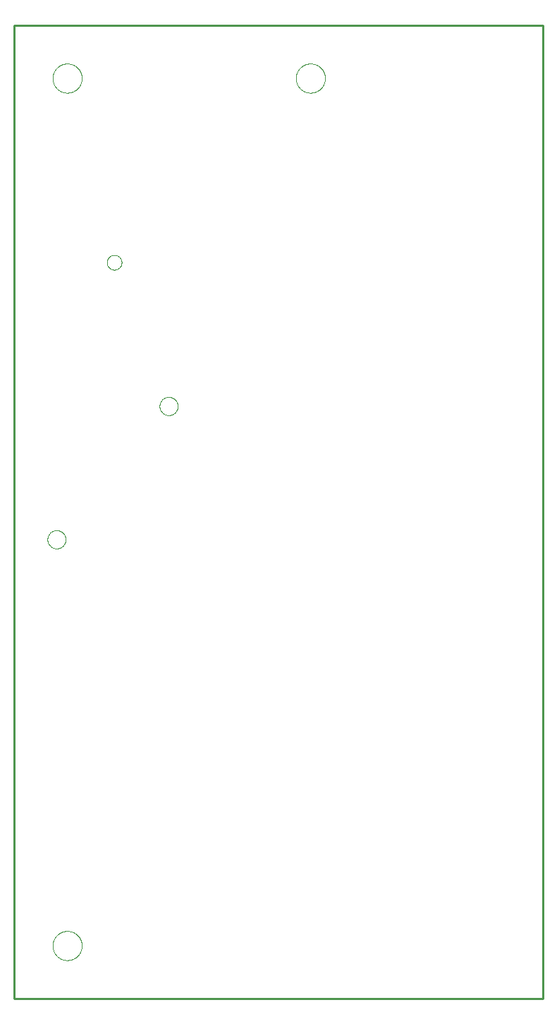
<source format=gbo>
G75*
%MOIN*%
%OFA0B0*%
%FSLAX25Y25*%
%IPPOS*%
%LPD*%
%AMOC8*
5,1,8,0,0,1.08239X$1,22.5*
%
%ADD10C,0.00000*%
%ADD11C,0.01000*%
D10*
X0019610Y0028269D02*
X0019612Y0028438D01*
X0019618Y0028607D01*
X0019629Y0028776D01*
X0019643Y0028944D01*
X0019662Y0029112D01*
X0019685Y0029280D01*
X0019711Y0029447D01*
X0019742Y0029613D01*
X0019777Y0029779D01*
X0019816Y0029943D01*
X0019860Y0030107D01*
X0019907Y0030269D01*
X0019958Y0030430D01*
X0020013Y0030590D01*
X0020072Y0030749D01*
X0020134Y0030906D01*
X0020201Y0031061D01*
X0020272Y0031215D01*
X0020346Y0031367D01*
X0020424Y0031517D01*
X0020505Y0031665D01*
X0020590Y0031811D01*
X0020679Y0031955D01*
X0020771Y0032097D01*
X0020867Y0032236D01*
X0020966Y0032373D01*
X0021068Y0032508D01*
X0021174Y0032640D01*
X0021283Y0032769D01*
X0021395Y0032896D01*
X0021510Y0033020D01*
X0021628Y0033141D01*
X0021749Y0033259D01*
X0021873Y0033374D01*
X0022000Y0033486D01*
X0022129Y0033595D01*
X0022261Y0033701D01*
X0022396Y0033803D01*
X0022533Y0033902D01*
X0022672Y0033998D01*
X0022814Y0034090D01*
X0022958Y0034179D01*
X0023104Y0034264D01*
X0023252Y0034345D01*
X0023402Y0034423D01*
X0023554Y0034497D01*
X0023708Y0034568D01*
X0023863Y0034635D01*
X0024020Y0034697D01*
X0024179Y0034756D01*
X0024339Y0034811D01*
X0024500Y0034862D01*
X0024662Y0034909D01*
X0024826Y0034953D01*
X0024990Y0034992D01*
X0025156Y0035027D01*
X0025322Y0035058D01*
X0025489Y0035084D01*
X0025657Y0035107D01*
X0025825Y0035126D01*
X0025993Y0035140D01*
X0026162Y0035151D01*
X0026331Y0035157D01*
X0026500Y0035159D01*
X0026669Y0035157D01*
X0026838Y0035151D01*
X0027007Y0035140D01*
X0027175Y0035126D01*
X0027343Y0035107D01*
X0027511Y0035084D01*
X0027678Y0035058D01*
X0027844Y0035027D01*
X0028010Y0034992D01*
X0028174Y0034953D01*
X0028338Y0034909D01*
X0028500Y0034862D01*
X0028661Y0034811D01*
X0028821Y0034756D01*
X0028980Y0034697D01*
X0029137Y0034635D01*
X0029292Y0034568D01*
X0029446Y0034497D01*
X0029598Y0034423D01*
X0029748Y0034345D01*
X0029896Y0034264D01*
X0030042Y0034179D01*
X0030186Y0034090D01*
X0030328Y0033998D01*
X0030467Y0033902D01*
X0030604Y0033803D01*
X0030739Y0033701D01*
X0030871Y0033595D01*
X0031000Y0033486D01*
X0031127Y0033374D01*
X0031251Y0033259D01*
X0031372Y0033141D01*
X0031490Y0033020D01*
X0031605Y0032896D01*
X0031717Y0032769D01*
X0031826Y0032640D01*
X0031932Y0032508D01*
X0032034Y0032373D01*
X0032133Y0032236D01*
X0032229Y0032097D01*
X0032321Y0031955D01*
X0032410Y0031811D01*
X0032495Y0031665D01*
X0032576Y0031517D01*
X0032654Y0031367D01*
X0032728Y0031215D01*
X0032799Y0031061D01*
X0032866Y0030906D01*
X0032928Y0030749D01*
X0032987Y0030590D01*
X0033042Y0030430D01*
X0033093Y0030269D01*
X0033140Y0030107D01*
X0033184Y0029943D01*
X0033223Y0029779D01*
X0033258Y0029613D01*
X0033289Y0029447D01*
X0033315Y0029280D01*
X0033338Y0029112D01*
X0033357Y0028944D01*
X0033371Y0028776D01*
X0033382Y0028607D01*
X0033388Y0028438D01*
X0033390Y0028269D01*
X0033388Y0028100D01*
X0033382Y0027931D01*
X0033371Y0027762D01*
X0033357Y0027594D01*
X0033338Y0027426D01*
X0033315Y0027258D01*
X0033289Y0027091D01*
X0033258Y0026925D01*
X0033223Y0026759D01*
X0033184Y0026595D01*
X0033140Y0026431D01*
X0033093Y0026269D01*
X0033042Y0026108D01*
X0032987Y0025948D01*
X0032928Y0025789D01*
X0032866Y0025632D01*
X0032799Y0025477D01*
X0032728Y0025323D01*
X0032654Y0025171D01*
X0032576Y0025021D01*
X0032495Y0024873D01*
X0032410Y0024727D01*
X0032321Y0024583D01*
X0032229Y0024441D01*
X0032133Y0024302D01*
X0032034Y0024165D01*
X0031932Y0024030D01*
X0031826Y0023898D01*
X0031717Y0023769D01*
X0031605Y0023642D01*
X0031490Y0023518D01*
X0031372Y0023397D01*
X0031251Y0023279D01*
X0031127Y0023164D01*
X0031000Y0023052D01*
X0030871Y0022943D01*
X0030739Y0022837D01*
X0030604Y0022735D01*
X0030467Y0022636D01*
X0030328Y0022540D01*
X0030186Y0022448D01*
X0030042Y0022359D01*
X0029896Y0022274D01*
X0029748Y0022193D01*
X0029598Y0022115D01*
X0029446Y0022041D01*
X0029292Y0021970D01*
X0029137Y0021903D01*
X0028980Y0021841D01*
X0028821Y0021782D01*
X0028661Y0021727D01*
X0028500Y0021676D01*
X0028338Y0021629D01*
X0028174Y0021585D01*
X0028010Y0021546D01*
X0027844Y0021511D01*
X0027678Y0021480D01*
X0027511Y0021454D01*
X0027343Y0021431D01*
X0027175Y0021412D01*
X0027007Y0021398D01*
X0026838Y0021387D01*
X0026669Y0021381D01*
X0026500Y0021379D01*
X0026331Y0021381D01*
X0026162Y0021387D01*
X0025993Y0021398D01*
X0025825Y0021412D01*
X0025657Y0021431D01*
X0025489Y0021454D01*
X0025322Y0021480D01*
X0025156Y0021511D01*
X0024990Y0021546D01*
X0024826Y0021585D01*
X0024662Y0021629D01*
X0024500Y0021676D01*
X0024339Y0021727D01*
X0024179Y0021782D01*
X0024020Y0021841D01*
X0023863Y0021903D01*
X0023708Y0021970D01*
X0023554Y0022041D01*
X0023402Y0022115D01*
X0023252Y0022193D01*
X0023104Y0022274D01*
X0022958Y0022359D01*
X0022814Y0022448D01*
X0022672Y0022540D01*
X0022533Y0022636D01*
X0022396Y0022735D01*
X0022261Y0022837D01*
X0022129Y0022943D01*
X0022000Y0023052D01*
X0021873Y0023164D01*
X0021749Y0023279D01*
X0021628Y0023397D01*
X0021510Y0023518D01*
X0021395Y0023642D01*
X0021283Y0023769D01*
X0021174Y0023898D01*
X0021068Y0024030D01*
X0020966Y0024165D01*
X0020867Y0024302D01*
X0020771Y0024441D01*
X0020679Y0024583D01*
X0020590Y0024727D01*
X0020505Y0024873D01*
X0020424Y0025021D01*
X0020346Y0025171D01*
X0020272Y0025323D01*
X0020201Y0025477D01*
X0020134Y0025632D01*
X0020072Y0025789D01*
X0020013Y0025948D01*
X0019958Y0026108D01*
X0019907Y0026269D01*
X0019860Y0026431D01*
X0019816Y0026595D01*
X0019777Y0026759D01*
X0019742Y0026925D01*
X0019711Y0027091D01*
X0019685Y0027258D01*
X0019662Y0027426D01*
X0019643Y0027594D01*
X0019629Y0027762D01*
X0019618Y0027931D01*
X0019612Y0028100D01*
X0019610Y0028269D01*
X0017165Y0220284D02*
X0017167Y0220415D01*
X0017173Y0220545D01*
X0017183Y0220675D01*
X0017197Y0220805D01*
X0017214Y0220934D01*
X0017236Y0221063D01*
X0017262Y0221191D01*
X0017291Y0221318D01*
X0017324Y0221444D01*
X0017362Y0221569D01*
X0017402Y0221693D01*
X0017447Y0221816D01*
X0017495Y0221937D01*
X0017547Y0222057D01*
X0017603Y0222175D01*
X0017662Y0222291D01*
X0017725Y0222406D01*
X0017791Y0222518D01*
X0017860Y0222629D01*
X0017933Y0222737D01*
X0018009Y0222843D01*
X0018089Y0222947D01*
X0018171Y0223048D01*
X0018256Y0223147D01*
X0018345Y0223243D01*
X0018436Y0223336D01*
X0018530Y0223427D01*
X0018627Y0223514D01*
X0018726Y0223599D01*
X0018828Y0223680D01*
X0018932Y0223759D01*
X0019039Y0223834D01*
X0019148Y0223906D01*
X0019259Y0223975D01*
X0019372Y0224040D01*
X0019487Y0224102D01*
X0019604Y0224160D01*
X0019722Y0224215D01*
X0019842Y0224266D01*
X0019964Y0224313D01*
X0020087Y0224357D01*
X0020211Y0224397D01*
X0020336Y0224433D01*
X0020463Y0224466D01*
X0020590Y0224494D01*
X0020718Y0224519D01*
X0020847Y0224539D01*
X0020977Y0224556D01*
X0021106Y0224569D01*
X0021237Y0224578D01*
X0021367Y0224583D01*
X0021498Y0224584D01*
X0021628Y0224581D01*
X0021758Y0224574D01*
X0021889Y0224563D01*
X0022018Y0224548D01*
X0022147Y0224530D01*
X0022276Y0224507D01*
X0022404Y0224480D01*
X0022531Y0224450D01*
X0022657Y0224416D01*
X0022781Y0224378D01*
X0022905Y0224336D01*
X0023027Y0224290D01*
X0023148Y0224241D01*
X0023267Y0224188D01*
X0023385Y0224131D01*
X0023501Y0224071D01*
X0023615Y0224008D01*
X0023727Y0223941D01*
X0023837Y0223871D01*
X0023945Y0223797D01*
X0024050Y0223720D01*
X0024153Y0223640D01*
X0024254Y0223557D01*
X0024352Y0223471D01*
X0024447Y0223382D01*
X0024540Y0223290D01*
X0024630Y0223195D01*
X0024717Y0223098D01*
X0024801Y0222998D01*
X0024881Y0222895D01*
X0024959Y0222790D01*
X0025034Y0222683D01*
X0025105Y0222574D01*
X0025172Y0222462D01*
X0025237Y0222349D01*
X0025298Y0222233D01*
X0025355Y0222116D01*
X0025409Y0221997D01*
X0025459Y0221877D01*
X0025506Y0221755D01*
X0025548Y0221631D01*
X0025587Y0221507D01*
X0025623Y0221381D01*
X0025654Y0221254D01*
X0025682Y0221127D01*
X0025705Y0220999D01*
X0025725Y0220870D01*
X0025741Y0220740D01*
X0025753Y0220610D01*
X0025761Y0220480D01*
X0025765Y0220349D01*
X0025765Y0220219D01*
X0025761Y0220088D01*
X0025753Y0219958D01*
X0025741Y0219828D01*
X0025725Y0219698D01*
X0025705Y0219569D01*
X0025682Y0219441D01*
X0025654Y0219314D01*
X0025623Y0219187D01*
X0025587Y0219061D01*
X0025548Y0218937D01*
X0025506Y0218813D01*
X0025459Y0218691D01*
X0025409Y0218571D01*
X0025355Y0218452D01*
X0025298Y0218335D01*
X0025237Y0218219D01*
X0025172Y0218106D01*
X0025105Y0217994D01*
X0025034Y0217885D01*
X0024959Y0217778D01*
X0024881Y0217673D01*
X0024801Y0217570D01*
X0024717Y0217470D01*
X0024630Y0217373D01*
X0024540Y0217278D01*
X0024447Y0217186D01*
X0024352Y0217097D01*
X0024254Y0217011D01*
X0024153Y0216928D01*
X0024050Y0216848D01*
X0023945Y0216771D01*
X0023837Y0216697D01*
X0023727Y0216627D01*
X0023615Y0216560D01*
X0023501Y0216497D01*
X0023385Y0216437D01*
X0023267Y0216380D01*
X0023148Y0216327D01*
X0023027Y0216278D01*
X0022905Y0216232D01*
X0022781Y0216190D01*
X0022657Y0216152D01*
X0022531Y0216118D01*
X0022404Y0216088D01*
X0022276Y0216061D01*
X0022147Y0216038D01*
X0022018Y0216020D01*
X0021889Y0216005D01*
X0021758Y0215994D01*
X0021628Y0215987D01*
X0021498Y0215984D01*
X0021367Y0215985D01*
X0021237Y0215990D01*
X0021106Y0215999D01*
X0020977Y0216012D01*
X0020847Y0216029D01*
X0020718Y0216049D01*
X0020590Y0216074D01*
X0020463Y0216102D01*
X0020336Y0216135D01*
X0020211Y0216171D01*
X0020087Y0216211D01*
X0019964Y0216255D01*
X0019842Y0216302D01*
X0019722Y0216353D01*
X0019604Y0216408D01*
X0019487Y0216466D01*
X0019372Y0216528D01*
X0019259Y0216593D01*
X0019148Y0216662D01*
X0019039Y0216734D01*
X0018932Y0216809D01*
X0018828Y0216888D01*
X0018726Y0216969D01*
X0018627Y0217054D01*
X0018530Y0217141D01*
X0018436Y0217232D01*
X0018345Y0217325D01*
X0018256Y0217421D01*
X0018171Y0217520D01*
X0018089Y0217621D01*
X0018009Y0217725D01*
X0017933Y0217831D01*
X0017860Y0217939D01*
X0017791Y0218050D01*
X0017725Y0218162D01*
X0017662Y0218277D01*
X0017603Y0218393D01*
X0017547Y0218511D01*
X0017495Y0218631D01*
X0017447Y0218752D01*
X0017402Y0218875D01*
X0017362Y0218999D01*
X0017324Y0219124D01*
X0017291Y0219250D01*
X0017262Y0219377D01*
X0017236Y0219505D01*
X0017214Y0219634D01*
X0017197Y0219763D01*
X0017183Y0219893D01*
X0017173Y0220023D01*
X0017167Y0220153D01*
X0017165Y0220284D01*
X0070165Y0283284D02*
X0070167Y0283415D01*
X0070173Y0283545D01*
X0070183Y0283675D01*
X0070197Y0283805D01*
X0070214Y0283934D01*
X0070236Y0284063D01*
X0070262Y0284191D01*
X0070291Y0284318D01*
X0070324Y0284444D01*
X0070362Y0284569D01*
X0070402Y0284693D01*
X0070447Y0284816D01*
X0070495Y0284937D01*
X0070547Y0285057D01*
X0070603Y0285175D01*
X0070662Y0285291D01*
X0070725Y0285406D01*
X0070791Y0285518D01*
X0070860Y0285629D01*
X0070933Y0285737D01*
X0071009Y0285843D01*
X0071089Y0285947D01*
X0071171Y0286048D01*
X0071256Y0286147D01*
X0071345Y0286243D01*
X0071436Y0286336D01*
X0071530Y0286427D01*
X0071627Y0286514D01*
X0071726Y0286599D01*
X0071828Y0286680D01*
X0071932Y0286759D01*
X0072039Y0286834D01*
X0072148Y0286906D01*
X0072259Y0286975D01*
X0072372Y0287040D01*
X0072487Y0287102D01*
X0072604Y0287160D01*
X0072722Y0287215D01*
X0072842Y0287266D01*
X0072964Y0287313D01*
X0073087Y0287357D01*
X0073211Y0287397D01*
X0073336Y0287433D01*
X0073463Y0287466D01*
X0073590Y0287494D01*
X0073718Y0287519D01*
X0073847Y0287539D01*
X0073977Y0287556D01*
X0074106Y0287569D01*
X0074237Y0287578D01*
X0074367Y0287583D01*
X0074498Y0287584D01*
X0074628Y0287581D01*
X0074758Y0287574D01*
X0074889Y0287563D01*
X0075018Y0287548D01*
X0075147Y0287530D01*
X0075276Y0287507D01*
X0075404Y0287480D01*
X0075531Y0287450D01*
X0075657Y0287416D01*
X0075781Y0287378D01*
X0075905Y0287336D01*
X0076027Y0287290D01*
X0076148Y0287241D01*
X0076267Y0287188D01*
X0076385Y0287131D01*
X0076501Y0287071D01*
X0076615Y0287008D01*
X0076727Y0286941D01*
X0076837Y0286871D01*
X0076945Y0286797D01*
X0077050Y0286720D01*
X0077153Y0286640D01*
X0077254Y0286557D01*
X0077352Y0286471D01*
X0077447Y0286382D01*
X0077540Y0286290D01*
X0077630Y0286195D01*
X0077717Y0286098D01*
X0077801Y0285998D01*
X0077881Y0285895D01*
X0077959Y0285790D01*
X0078034Y0285683D01*
X0078105Y0285574D01*
X0078172Y0285462D01*
X0078237Y0285349D01*
X0078298Y0285233D01*
X0078355Y0285116D01*
X0078409Y0284997D01*
X0078459Y0284877D01*
X0078506Y0284755D01*
X0078548Y0284631D01*
X0078587Y0284507D01*
X0078623Y0284381D01*
X0078654Y0284254D01*
X0078682Y0284127D01*
X0078705Y0283999D01*
X0078725Y0283870D01*
X0078741Y0283740D01*
X0078753Y0283610D01*
X0078761Y0283480D01*
X0078765Y0283349D01*
X0078765Y0283219D01*
X0078761Y0283088D01*
X0078753Y0282958D01*
X0078741Y0282828D01*
X0078725Y0282698D01*
X0078705Y0282569D01*
X0078682Y0282441D01*
X0078654Y0282314D01*
X0078623Y0282187D01*
X0078587Y0282061D01*
X0078548Y0281937D01*
X0078506Y0281813D01*
X0078459Y0281691D01*
X0078409Y0281571D01*
X0078355Y0281452D01*
X0078298Y0281335D01*
X0078237Y0281219D01*
X0078172Y0281106D01*
X0078105Y0280994D01*
X0078034Y0280885D01*
X0077959Y0280778D01*
X0077881Y0280673D01*
X0077801Y0280570D01*
X0077717Y0280470D01*
X0077630Y0280373D01*
X0077540Y0280278D01*
X0077447Y0280186D01*
X0077352Y0280097D01*
X0077254Y0280011D01*
X0077153Y0279928D01*
X0077050Y0279848D01*
X0076945Y0279771D01*
X0076837Y0279697D01*
X0076727Y0279627D01*
X0076615Y0279560D01*
X0076501Y0279497D01*
X0076385Y0279437D01*
X0076267Y0279380D01*
X0076148Y0279327D01*
X0076027Y0279278D01*
X0075905Y0279232D01*
X0075781Y0279190D01*
X0075657Y0279152D01*
X0075531Y0279118D01*
X0075404Y0279088D01*
X0075276Y0279061D01*
X0075147Y0279038D01*
X0075018Y0279020D01*
X0074889Y0279005D01*
X0074758Y0278994D01*
X0074628Y0278987D01*
X0074498Y0278984D01*
X0074367Y0278985D01*
X0074237Y0278990D01*
X0074106Y0278999D01*
X0073977Y0279012D01*
X0073847Y0279029D01*
X0073718Y0279049D01*
X0073590Y0279074D01*
X0073463Y0279102D01*
X0073336Y0279135D01*
X0073211Y0279171D01*
X0073087Y0279211D01*
X0072964Y0279255D01*
X0072842Y0279302D01*
X0072722Y0279353D01*
X0072604Y0279408D01*
X0072487Y0279466D01*
X0072372Y0279528D01*
X0072259Y0279593D01*
X0072148Y0279662D01*
X0072039Y0279734D01*
X0071932Y0279809D01*
X0071828Y0279888D01*
X0071726Y0279969D01*
X0071627Y0280054D01*
X0071530Y0280141D01*
X0071436Y0280232D01*
X0071345Y0280325D01*
X0071256Y0280421D01*
X0071171Y0280520D01*
X0071089Y0280621D01*
X0071009Y0280725D01*
X0070933Y0280831D01*
X0070860Y0280939D01*
X0070791Y0281050D01*
X0070725Y0281162D01*
X0070662Y0281277D01*
X0070603Y0281393D01*
X0070547Y0281511D01*
X0070495Y0281631D01*
X0070447Y0281752D01*
X0070402Y0281875D01*
X0070362Y0281999D01*
X0070324Y0282124D01*
X0070291Y0282250D01*
X0070262Y0282377D01*
X0070236Y0282505D01*
X0070214Y0282634D01*
X0070197Y0282763D01*
X0070183Y0282893D01*
X0070173Y0283023D01*
X0070167Y0283153D01*
X0070165Y0283284D01*
X0045244Y0351221D02*
X0045246Y0351339D01*
X0045252Y0351457D01*
X0045262Y0351575D01*
X0045276Y0351692D01*
X0045294Y0351809D01*
X0045316Y0351926D01*
X0045341Y0352041D01*
X0045371Y0352155D01*
X0045405Y0352269D01*
X0045442Y0352381D01*
X0045483Y0352492D01*
X0045528Y0352601D01*
X0045576Y0352709D01*
X0045628Y0352815D01*
X0045684Y0352920D01*
X0045743Y0353022D01*
X0045805Y0353122D01*
X0045871Y0353220D01*
X0045940Y0353316D01*
X0046013Y0353410D01*
X0046088Y0353501D01*
X0046167Y0353589D01*
X0046248Y0353675D01*
X0046333Y0353758D01*
X0046420Y0353838D01*
X0046509Y0353915D01*
X0046602Y0353989D01*
X0046696Y0354059D01*
X0046793Y0354127D01*
X0046893Y0354191D01*
X0046994Y0354252D01*
X0047097Y0354309D01*
X0047203Y0354363D01*
X0047310Y0354414D01*
X0047418Y0354460D01*
X0047528Y0354503D01*
X0047640Y0354542D01*
X0047753Y0354578D01*
X0047867Y0354609D01*
X0047982Y0354637D01*
X0048097Y0354661D01*
X0048214Y0354681D01*
X0048331Y0354697D01*
X0048449Y0354709D01*
X0048567Y0354717D01*
X0048685Y0354721D01*
X0048803Y0354721D01*
X0048921Y0354717D01*
X0049039Y0354709D01*
X0049157Y0354697D01*
X0049274Y0354681D01*
X0049391Y0354661D01*
X0049506Y0354637D01*
X0049621Y0354609D01*
X0049735Y0354578D01*
X0049848Y0354542D01*
X0049960Y0354503D01*
X0050070Y0354460D01*
X0050178Y0354414D01*
X0050285Y0354363D01*
X0050391Y0354309D01*
X0050494Y0354252D01*
X0050595Y0354191D01*
X0050695Y0354127D01*
X0050792Y0354059D01*
X0050886Y0353989D01*
X0050979Y0353915D01*
X0051068Y0353838D01*
X0051155Y0353758D01*
X0051240Y0353675D01*
X0051321Y0353589D01*
X0051400Y0353501D01*
X0051475Y0353410D01*
X0051548Y0353316D01*
X0051617Y0353220D01*
X0051683Y0353122D01*
X0051745Y0353022D01*
X0051804Y0352920D01*
X0051860Y0352815D01*
X0051912Y0352709D01*
X0051960Y0352601D01*
X0052005Y0352492D01*
X0052046Y0352381D01*
X0052083Y0352269D01*
X0052117Y0352155D01*
X0052147Y0352041D01*
X0052172Y0351926D01*
X0052194Y0351809D01*
X0052212Y0351692D01*
X0052226Y0351575D01*
X0052236Y0351457D01*
X0052242Y0351339D01*
X0052244Y0351221D01*
X0052242Y0351103D01*
X0052236Y0350985D01*
X0052226Y0350867D01*
X0052212Y0350750D01*
X0052194Y0350633D01*
X0052172Y0350516D01*
X0052147Y0350401D01*
X0052117Y0350287D01*
X0052083Y0350173D01*
X0052046Y0350061D01*
X0052005Y0349950D01*
X0051960Y0349841D01*
X0051912Y0349733D01*
X0051860Y0349627D01*
X0051804Y0349522D01*
X0051745Y0349420D01*
X0051683Y0349320D01*
X0051617Y0349222D01*
X0051548Y0349126D01*
X0051475Y0349032D01*
X0051400Y0348941D01*
X0051321Y0348853D01*
X0051240Y0348767D01*
X0051155Y0348684D01*
X0051068Y0348604D01*
X0050979Y0348527D01*
X0050886Y0348453D01*
X0050792Y0348383D01*
X0050695Y0348315D01*
X0050595Y0348251D01*
X0050494Y0348190D01*
X0050391Y0348133D01*
X0050285Y0348079D01*
X0050178Y0348028D01*
X0050070Y0347982D01*
X0049960Y0347939D01*
X0049848Y0347900D01*
X0049735Y0347864D01*
X0049621Y0347833D01*
X0049506Y0347805D01*
X0049391Y0347781D01*
X0049274Y0347761D01*
X0049157Y0347745D01*
X0049039Y0347733D01*
X0048921Y0347725D01*
X0048803Y0347721D01*
X0048685Y0347721D01*
X0048567Y0347725D01*
X0048449Y0347733D01*
X0048331Y0347745D01*
X0048214Y0347761D01*
X0048097Y0347781D01*
X0047982Y0347805D01*
X0047867Y0347833D01*
X0047753Y0347864D01*
X0047640Y0347900D01*
X0047528Y0347939D01*
X0047418Y0347982D01*
X0047310Y0348028D01*
X0047203Y0348079D01*
X0047097Y0348133D01*
X0046994Y0348190D01*
X0046893Y0348251D01*
X0046793Y0348315D01*
X0046696Y0348383D01*
X0046602Y0348453D01*
X0046509Y0348527D01*
X0046420Y0348604D01*
X0046333Y0348684D01*
X0046248Y0348767D01*
X0046167Y0348853D01*
X0046088Y0348941D01*
X0046013Y0349032D01*
X0045940Y0349126D01*
X0045871Y0349222D01*
X0045805Y0349320D01*
X0045743Y0349420D01*
X0045684Y0349522D01*
X0045628Y0349627D01*
X0045576Y0349733D01*
X0045528Y0349841D01*
X0045483Y0349950D01*
X0045442Y0350061D01*
X0045405Y0350173D01*
X0045371Y0350287D01*
X0045341Y0350401D01*
X0045316Y0350516D01*
X0045294Y0350633D01*
X0045276Y0350750D01*
X0045262Y0350867D01*
X0045252Y0350985D01*
X0045246Y0351103D01*
X0045244Y0351221D01*
X0019610Y0438269D02*
X0019612Y0438438D01*
X0019618Y0438607D01*
X0019629Y0438776D01*
X0019643Y0438944D01*
X0019662Y0439112D01*
X0019685Y0439280D01*
X0019711Y0439447D01*
X0019742Y0439613D01*
X0019777Y0439779D01*
X0019816Y0439943D01*
X0019860Y0440107D01*
X0019907Y0440269D01*
X0019958Y0440430D01*
X0020013Y0440590D01*
X0020072Y0440749D01*
X0020134Y0440906D01*
X0020201Y0441061D01*
X0020272Y0441215D01*
X0020346Y0441367D01*
X0020424Y0441517D01*
X0020505Y0441665D01*
X0020590Y0441811D01*
X0020679Y0441955D01*
X0020771Y0442097D01*
X0020867Y0442236D01*
X0020966Y0442373D01*
X0021068Y0442508D01*
X0021174Y0442640D01*
X0021283Y0442769D01*
X0021395Y0442896D01*
X0021510Y0443020D01*
X0021628Y0443141D01*
X0021749Y0443259D01*
X0021873Y0443374D01*
X0022000Y0443486D01*
X0022129Y0443595D01*
X0022261Y0443701D01*
X0022396Y0443803D01*
X0022533Y0443902D01*
X0022672Y0443998D01*
X0022814Y0444090D01*
X0022958Y0444179D01*
X0023104Y0444264D01*
X0023252Y0444345D01*
X0023402Y0444423D01*
X0023554Y0444497D01*
X0023708Y0444568D01*
X0023863Y0444635D01*
X0024020Y0444697D01*
X0024179Y0444756D01*
X0024339Y0444811D01*
X0024500Y0444862D01*
X0024662Y0444909D01*
X0024826Y0444953D01*
X0024990Y0444992D01*
X0025156Y0445027D01*
X0025322Y0445058D01*
X0025489Y0445084D01*
X0025657Y0445107D01*
X0025825Y0445126D01*
X0025993Y0445140D01*
X0026162Y0445151D01*
X0026331Y0445157D01*
X0026500Y0445159D01*
X0026669Y0445157D01*
X0026838Y0445151D01*
X0027007Y0445140D01*
X0027175Y0445126D01*
X0027343Y0445107D01*
X0027511Y0445084D01*
X0027678Y0445058D01*
X0027844Y0445027D01*
X0028010Y0444992D01*
X0028174Y0444953D01*
X0028338Y0444909D01*
X0028500Y0444862D01*
X0028661Y0444811D01*
X0028821Y0444756D01*
X0028980Y0444697D01*
X0029137Y0444635D01*
X0029292Y0444568D01*
X0029446Y0444497D01*
X0029598Y0444423D01*
X0029748Y0444345D01*
X0029896Y0444264D01*
X0030042Y0444179D01*
X0030186Y0444090D01*
X0030328Y0443998D01*
X0030467Y0443902D01*
X0030604Y0443803D01*
X0030739Y0443701D01*
X0030871Y0443595D01*
X0031000Y0443486D01*
X0031127Y0443374D01*
X0031251Y0443259D01*
X0031372Y0443141D01*
X0031490Y0443020D01*
X0031605Y0442896D01*
X0031717Y0442769D01*
X0031826Y0442640D01*
X0031932Y0442508D01*
X0032034Y0442373D01*
X0032133Y0442236D01*
X0032229Y0442097D01*
X0032321Y0441955D01*
X0032410Y0441811D01*
X0032495Y0441665D01*
X0032576Y0441517D01*
X0032654Y0441367D01*
X0032728Y0441215D01*
X0032799Y0441061D01*
X0032866Y0440906D01*
X0032928Y0440749D01*
X0032987Y0440590D01*
X0033042Y0440430D01*
X0033093Y0440269D01*
X0033140Y0440107D01*
X0033184Y0439943D01*
X0033223Y0439779D01*
X0033258Y0439613D01*
X0033289Y0439447D01*
X0033315Y0439280D01*
X0033338Y0439112D01*
X0033357Y0438944D01*
X0033371Y0438776D01*
X0033382Y0438607D01*
X0033388Y0438438D01*
X0033390Y0438269D01*
X0033388Y0438100D01*
X0033382Y0437931D01*
X0033371Y0437762D01*
X0033357Y0437594D01*
X0033338Y0437426D01*
X0033315Y0437258D01*
X0033289Y0437091D01*
X0033258Y0436925D01*
X0033223Y0436759D01*
X0033184Y0436595D01*
X0033140Y0436431D01*
X0033093Y0436269D01*
X0033042Y0436108D01*
X0032987Y0435948D01*
X0032928Y0435789D01*
X0032866Y0435632D01*
X0032799Y0435477D01*
X0032728Y0435323D01*
X0032654Y0435171D01*
X0032576Y0435021D01*
X0032495Y0434873D01*
X0032410Y0434727D01*
X0032321Y0434583D01*
X0032229Y0434441D01*
X0032133Y0434302D01*
X0032034Y0434165D01*
X0031932Y0434030D01*
X0031826Y0433898D01*
X0031717Y0433769D01*
X0031605Y0433642D01*
X0031490Y0433518D01*
X0031372Y0433397D01*
X0031251Y0433279D01*
X0031127Y0433164D01*
X0031000Y0433052D01*
X0030871Y0432943D01*
X0030739Y0432837D01*
X0030604Y0432735D01*
X0030467Y0432636D01*
X0030328Y0432540D01*
X0030186Y0432448D01*
X0030042Y0432359D01*
X0029896Y0432274D01*
X0029748Y0432193D01*
X0029598Y0432115D01*
X0029446Y0432041D01*
X0029292Y0431970D01*
X0029137Y0431903D01*
X0028980Y0431841D01*
X0028821Y0431782D01*
X0028661Y0431727D01*
X0028500Y0431676D01*
X0028338Y0431629D01*
X0028174Y0431585D01*
X0028010Y0431546D01*
X0027844Y0431511D01*
X0027678Y0431480D01*
X0027511Y0431454D01*
X0027343Y0431431D01*
X0027175Y0431412D01*
X0027007Y0431398D01*
X0026838Y0431387D01*
X0026669Y0431381D01*
X0026500Y0431379D01*
X0026331Y0431381D01*
X0026162Y0431387D01*
X0025993Y0431398D01*
X0025825Y0431412D01*
X0025657Y0431431D01*
X0025489Y0431454D01*
X0025322Y0431480D01*
X0025156Y0431511D01*
X0024990Y0431546D01*
X0024826Y0431585D01*
X0024662Y0431629D01*
X0024500Y0431676D01*
X0024339Y0431727D01*
X0024179Y0431782D01*
X0024020Y0431841D01*
X0023863Y0431903D01*
X0023708Y0431970D01*
X0023554Y0432041D01*
X0023402Y0432115D01*
X0023252Y0432193D01*
X0023104Y0432274D01*
X0022958Y0432359D01*
X0022814Y0432448D01*
X0022672Y0432540D01*
X0022533Y0432636D01*
X0022396Y0432735D01*
X0022261Y0432837D01*
X0022129Y0432943D01*
X0022000Y0433052D01*
X0021873Y0433164D01*
X0021749Y0433279D01*
X0021628Y0433397D01*
X0021510Y0433518D01*
X0021395Y0433642D01*
X0021283Y0433769D01*
X0021174Y0433898D01*
X0021068Y0434030D01*
X0020966Y0434165D01*
X0020867Y0434302D01*
X0020771Y0434441D01*
X0020679Y0434583D01*
X0020590Y0434727D01*
X0020505Y0434873D01*
X0020424Y0435021D01*
X0020346Y0435171D01*
X0020272Y0435323D01*
X0020201Y0435477D01*
X0020134Y0435632D01*
X0020072Y0435789D01*
X0020013Y0435948D01*
X0019958Y0436108D01*
X0019907Y0436269D01*
X0019860Y0436431D01*
X0019816Y0436595D01*
X0019777Y0436759D01*
X0019742Y0436925D01*
X0019711Y0437091D01*
X0019685Y0437258D01*
X0019662Y0437426D01*
X0019643Y0437594D01*
X0019629Y0437762D01*
X0019618Y0437931D01*
X0019612Y0438100D01*
X0019610Y0438269D01*
X0134610Y0438269D02*
X0134612Y0438438D01*
X0134618Y0438607D01*
X0134629Y0438776D01*
X0134643Y0438944D01*
X0134662Y0439112D01*
X0134685Y0439280D01*
X0134711Y0439447D01*
X0134742Y0439613D01*
X0134777Y0439779D01*
X0134816Y0439943D01*
X0134860Y0440107D01*
X0134907Y0440269D01*
X0134958Y0440430D01*
X0135013Y0440590D01*
X0135072Y0440749D01*
X0135134Y0440906D01*
X0135201Y0441061D01*
X0135272Y0441215D01*
X0135346Y0441367D01*
X0135424Y0441517D01*
X0135505Y0441665D01*
X0135590Y0441811D01*
X0135679Y0441955D01*
X0135771Y0442097D01*
X0135867Y0442236D01*
X0135966Y0442373D01*
X0136068Y0442508D01*
X0136174Y0442640D01*
X0136283Y0442769D01*
X0136395Y0442896D01*
X0136510Y0443020D01*
X0136628Y0443141D01*
X0136749Y0443259D01*
X0136873Y0443374D01*
X0137000Y0443486D01*
X0137129Y0443595D01*
X0137261Y0443701D01*
X0137396Y0443803D01*
X0137533Y0443902D01*
X0137672Y0443998D01*
X0137814Y0444090D01*
X0137958Y0444179D01*
X0138104Y0444264D01*
X0138252Y0444345D01*
X0138402Y0444423D01*
X0138554Y0444497D01*
X0138708Y0444568D01*
X0138863Y0444635D01*
X0139020Y0444697D01*
X0139179Y0444756D01*
X0139339Y0444811D01*
X0139500Y0444862D01*
X0139662Y0444909D01*
X0139826Y0444953D01*
X0139990Y0444992D01*
X0140156Y0445027D01*
X0140322Y0445058D01*
X0140489Y0445084D01*
X0140657Y0445107D01*
X0140825Y0445126D01*
X0140993Y0445140D01*
X0141162Y0445151D01*
X0141331Y0445157D01*
X0141500Y0445159D01*
X0141669Y0445157D01*
X0141838Y0445151D01*
X0142007Y0445140D01*
X0142175Y0445126D01*
X0142343Y0445107D01*
X0142511Y0445084D01*
X0142678Y0445058D01*
X0142844Y0445027D01*
X0143010Y0444992D01*
X0143174Y0444953D01*
X0143338Y0444909D01*
X0143500Y0444862D01*
X0143661Y0444811D01*
X0143821Y0444756D01*
X0143980Y0444697D01*
X0144137Y0444635D01*
X0144292Y0444568D01*
X0144446Y0444497D01*
X0144598Y0444423D01*
X0144748Y0444345D01*
X0144896Y0444264D01*
X0145042Y0444179D01*
X0145186Y0444090D01*
X0145328Y0443998D01*
X0145467Y0443902D01*
X0145604Y0443803D01*
X0145739Y0443701D01*
X0145871Y0443595D01*
X0146000Y0443486D01*
X0146127Y0443374D01*
X0146251Y0443259D01*
X0146372Y0443141D01*
X0146490Y0443020D01*
X0146605Y0442896D01*
X0146717Y0442769D01*
X0146826Y0442640D01*
X0146932Y0442508D01*
X0147034Y0442373D01*
X0147133Y0442236D01*
X0147229Y0442097D01*
X0147321Y0441955D01*
X0147410Y0441811D01*
X0147495Y0441665D01*
X0147576Y0441517D01*
X0147654Y0441367D01*
X0147728Y0441215D01*
X0147799Y0441061D01*
X0147866Y0440906D01*
X0147928Y0440749D01*
X0147987Y0440590D01*
X0148042Y0440430D01*
X0148093Y0440269D01*
X0148140Y0440107D01*
X0148184Y0439943D01*
X0148223Y0439779D01*
X0148258Y0439613D01*
X0148289Y0439447D01*
X0148315Y0439280D01*
X0148338Y0439112D01*
X0148357Y0438944D01*
X0148371Y0438776D01*
X0148382Y0438607D01*
X0148388Y0438438D01*
X0148390Y0438269D01*
X0148388Y0438100D01*
X0148382Y0437931D01*
X0148371Y0437762D01*
X0148357Y0437594D01*
X0148338Y0437426D01*
X0148315Y0437258D01*
X0148289Y0437091D01*
X0148258Y0436925D01*
X0148223Y0436759D01*
X0148184Y0436595D01*
X0148140Y0436431D01*
X0148093Y0436269D01*
X0148042Y0436108D01*
X0147987Y0435948D01*
X0147928Y0435789D01*
X0147866Y0435632D01*
X0147799Y0435477D01*
X0147728Y0435323D01*
X0147654Y0435171D01*
X0147576Y0435021D01*
X0147495Y0434873D01*
X0147410Y0434727D01*
X0147321Y0434583D01*
X0147229Y0434441D01*
X0147133Y0434302D01*
X0147034Y0434165D01*
X0146932Y0434030D01*
X0146826Y0433898D01*
X0146717Y0433769D01*
X0146605Y0433642D01*
X0146490Y0433518D01*
X0146372Y0433397D01*
X0146251Y0433279D01*
X0146127Y0433164D01*
X0146000Y0433052D01*
X0145871Y0432943D01*
X0145739Y0432837D01*
X0145604Y0432735D01*
X0145467Y0432636D01*
X0145328Y0432540D01*
X0145186Y0432448D01*
X0145042Y0432359D01*
X0144896Y0432274D01*
X0144748Y0432193D01*
X0144598Y0432115D01*
X0144446Y0432041D01*
X0144292Y0431970D01*
X0144137Y0431903D01*
X0143980Y0431841D01*
X0143821Y0431782D01*
X0143661Y0431727D01*
X0143500Y0431676D01*
X0143338Y0431629D01*
X0143174Y0431585D01*
X0143010Y0431546D01*
X0142844Y0431511D01*
X0142678Y0431480D01*
X0142511Y0431454D01*
X0142343Y0431431D01*
X0142175Y0431412D01*
X0142007Y0431398D01*
X0141838Y0431387D01*
X0141669Y0431381D01*
X0141500Y0431379D01*
X0141331Y0431381D01*
X0141162Y0431387D01*
X0140993Y0431398D01*
X0140825Y0431412D01*
X0140657Y0431431D01*
X0140489Y0431454D01*
X0140322Y0431480D01*
X0140156Y0431511D01*
X0139990Y0431546D01*
X0139826Y0431585D01*
X0139662Y0431629D01*
X0139500Y0431676D01*
X0139339Y0431727D01*
X0139179Y0431782D01*
X0139020Y0431841D01*
X0138863Y0431903D01*
X0138708Y0431970D01*
X0138554Y0432041D01*
X0138402Y0432115D01*
X0138252Y0432193D01*
X0138104Y0432274D01*
X0137958Y0432359D01*
X0137814Y0432448D01*
X0137672Y0432540D01*
X0137533Y0432636D01*
X0137396Y0432735D01*
X0137261Y0432837D01*
X0137129Y0432943D01*
X0137000Y0433052D01*
X0136873Y0433164D01*
X0136749Y0433279D01*
X0136628Y0433397D01*
X0136510Y0433518D01*
X0136395Y0433642D01*
X0136283Y0433769D01*
X0136174Y0433898D01*
X0136068Y0434030D01*
X0135966Y0434165D01*
X0135867Y0434302D01*
X0135771Y0434441D01*
X0135679Y0434583D01*
X0135590Y0434727D01*
X0135505Y0434873D01*
X0135424Y0435021D01*
X0135346Y0435171D01*
X0135272Y0435323D01*
X0135201Y0435477D01*
X0135134Y0435632D01*
X0135072Y0435789D01*
X0135013Y0435948D01*
X0134958Y0436108D01*
X0134907Y0436269D01*
X0134860Y0436431D01*
X0134816Y0436595D01*
X0134777Y0436759D01*
X0134742Y0436925D01*
X0134711Y0437091D01*
X0134685Y0437258D01*
X0134662Y0437426D01*
X0134643Y0437594D01*
X0134629Y0437762D01*
X0134618Y0437931D01*
X0134612Y0438100D01*
X0134610Y0438269D01*
D11*
X0001500Y0463269D02*
X0001500Y0003269D01*
X0251500Y0003269D01*
X0251500Y0463269D01*
X0001500Y0463269D01*
M02*

</source>
